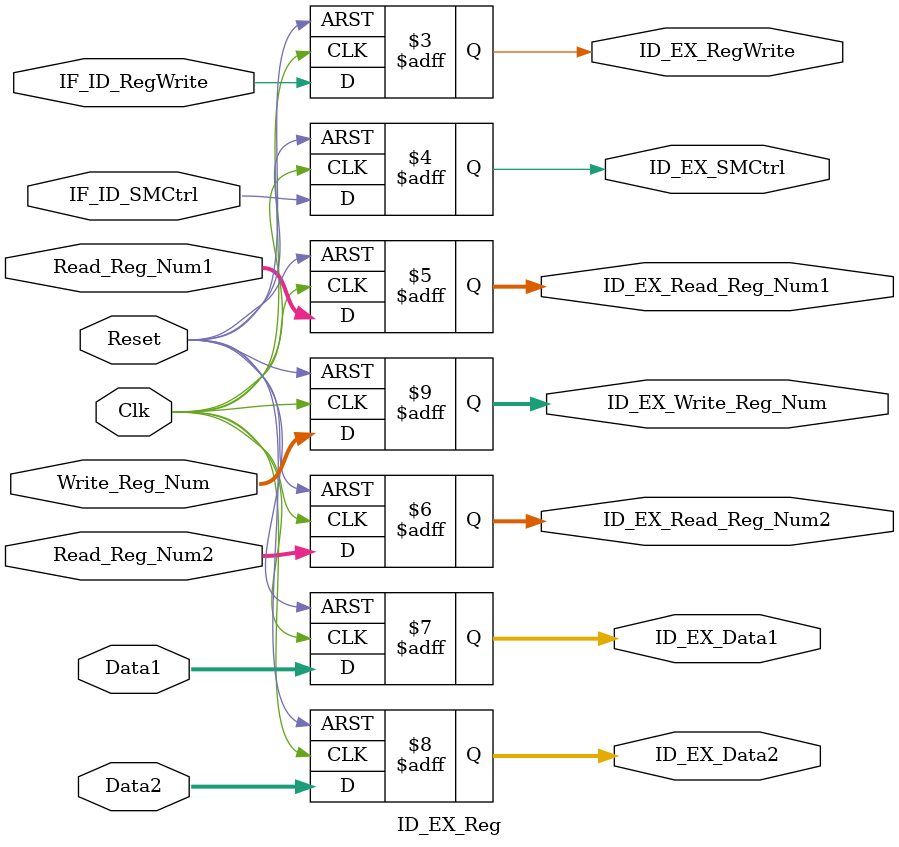
<source format=v>
`timescale 1ns / 1ps
module ID_EX_Reg(
	input Clk, input Reset, input IF_ID_RegWrite, input IF_ID_SMCtrl, input [2:0] Read_Reg_Num1, 
	input [2:0] Read_Reg_Num2,	input [7:0] Data1, input [7:0]  Data2, input [2:0] Write_Reg_Num, 
	output reg ID_EX_RegWrite, output reg ID_EX_SMCtrl, output reg [2:0] ID_EX_Read_Reg_Num1, 
	output reg [2:0] ID_EX_Read_Reg_Num2, output reg [7:0] ID_EX_Data1, 
	output reg [7:0] ID_EX_Data2, output reg [2:0] ID_EX_Write_Reg_Num
    );

	always@(posedge Clk,negedge Reset)
	begin
	if(Reset==0)
		begin
		ID_EX_RegWrite<=0;
		ID_EX_SMCtrl<=0;
		ID_EX_Read_Reg_Num1 <= 0;
		ID_EX_Read_Reg_Num2 <= 0;
		ID_EX_Data1<=0;
		ID_EX_Data2<=0;
		ID_EX_Write_Reg_Num <= 0;
		end
	else
		begin
		ID_EX_RegWrite <= IF_ID_RegWrite;
		ID_EX_SMCtrl <= IF_ID_SMCtrl;
		ID_EX_Read_Reg_Num1 <= Read_Reg_Num1;
	   ID_EX_Read_Reg_Num2 <= Read_Reg_Num2;
		ID_EX_Data1 <= Data1;
		ID_EX_Data2 <= Data2;
		ID_EX_Write_Reg_Num <= Write_Reg_Num;
		end
	end

endmodule

</source>
